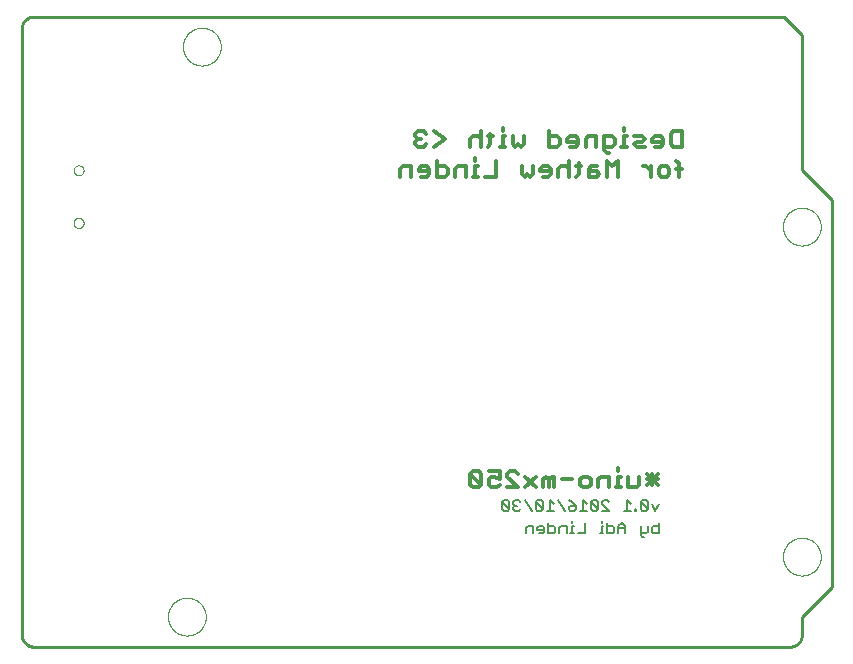
<source format=gbo>
G75*
%MOIN*%
%OFA0B0*%
%FSLAX25Y25*%
%IPPOS*%
%LPD*%
%AMOC8*
5,1,8,0,0,1.08239X$1,22.5*
%
%ADD10C,0.01000*%
%ADD11C,0.00000*%
%ADD12C,0.01200*%
%ADD13C,0.00500*%
D10*
X0006695Y0005737D02*
X0006695Y0207863D01*
X0006697Y0207987D01*
X0006703Y0208110D01*
X0006712Y0208234D01*
X0006726Y0208356D01*
X0006743Y0208479D01*
X0006765Y0208601D01*
X0006790Y0208722D01*
X0006819Y0208842D01*
X0006851Y0208961D01*
X0006888Y0209080D01*
X0006928Y0209197D01*
X0006971Y0209312D01*
X0007019Y0209427D01*
X0007070Y0209539D01*
X0007124Y0209650D01*
X0007182Y0209760D01*
X0007243Y0209867D01*
X0007308Y0209973D01*
X0007376Y0210076D01*
X0007447Y0210177D01*
X0007521Y0210276D01*
X0007598Y0210373D01*
X0007679Y0210467D01*
X0007762Y0210558D01*
X0007848Y0210647D01*
X0007937Y0210733D01*
X0008028Y0210816D01*
X0008122Y0210897D01*
X0008219Y0210974D01*
X0008318Y0211048D01*
X0008419Y0211119D01*
X0008522Y0211187D01*
X0008628Y0211252D01*
X0008735Y0211313D01*
X0008845Y0211371D01*
X0008956Y0211425D01*
X0009068Y0211476D01*
X0009183Y0211524D01*
X0009298Y0211567D01*
X0009415Y0211607D01*
X0009534Y0211644D01*
X0009653Y0211676D01*
X0009773Y0211705D01*
X0009894Y0211730D01*
X0010016Y0211752D01*
X0010139Y0211769D01*
X0010261Y0211783D01*
X0010385Y0211792D01*
X0010508Y0211798D01*
X0010632Y0211800D01*
X0260695Y0211800D01*
X0266695Y0205800D01*
X0266695Y0160800D01*
X0276695Y0150800D01*
X0276695Y0021800D01*
X0266695Y0011800D01*
X0266695Y0005737D01*
X0266693Y0005613D01*
X0266687Y0005490D01*
X0266678Y0005366D01*
X0266664Y0005244D01*
X0266647Y0005121D01*
X0266625Y0004999D01*
X0266600Y0004878D01*
X0266571Y0004758D01*
X0266539Y0004639D01*
X0266502Y0004520D01*
X0266462Y0004403D01*
X0266419Y0004288D01*
X0266371Y0004173D01*
X0266320Y0004061D01*
X0266266Y0003950D01*
X0266208Y0003840D01*
X0266147Y0003733D01*
X0266082Y0003627D01*
X0266014Y0003524D01*
X0265943Y0003423D01*
X0265869Y0003324D01*
X0265792Y0003227D01*
X0265711Y0003133D01*
X0265628Y0003042D01*
X0265542Y0002953D01*
X0265453Y0002867D01*
X0265362Y0002784D01*
X0265268Y0002703D01*
X0265171Y0002626D01*
X0265072Y0002552D01*
X0264971Y0002481D01*
X0264868Y0002413D01*
X0264762Y0002348D01*
X0264655Y0002287D01*
X0264545Y0002229D01*
X0264434Y0002175D01*
X0264322Y0002124D01*
X0264207Y0002076D01*
X0264092Y0002033D01*
X0263975Y0001993D01*
X0263856Y0001956D01*
X0263737Y0001924D01*
X0263617Y0001895D01*
X0263496Y0001870D01*
X0263374Y0001848D01*
X0263251Y0001831D01*
X0263129Y0001817D01*
X0263005Y0001808D01*
X0262882Y0001802D01*
X0262758Y0001800D01*
X0010632Y0001800D01*
X0010508Y0001802D01*
X0010385Y0001808D01*
X0010261Y0001817D01*
X0010139Y0001831D01*
X0010016Y0001848D01*
X0009894Y0001870D01*
X0009773Y0001895D01*
X0009653Y0001924D01*
X0009534Y0001956D01*
X0009415Y0001993D01*
X0009298Y0002033D01*
X0009183Y0002076D01*
X0009068Y0002124D01*
X0008956Y0002175D01*
X0008845Y0002229D01*
X0008735Y0002287D01*
X0008628Y0002348D01*
X0008522Y0002413D01*
X0008419Y0002481D01*
X0008318Y0002552D01*
X0008219Y0002626D01*
X0008122Y0002703D01*
X0008028Y0002784D01*
X0007937Y0002867D01*
X0007848Y0002953D01*
X0007762Y0003042D01*
X0007679Y0003133D01*
X0007598Y0003227D01*
X0007521Y0003324D01*
X0007447Y0003423D01*
X0007376Y0003524D01*
X0007308Y0003627D01*
X0007243Y0003733D01*
X0007182Y0003840D01*
X0007124Y0003950D01*
X0007070Y0004061D01*
X0007019Y0004173D01*
X0006971Y0004288D01*
X0006928Y0004403D01*
X0006888Y0004520D01*
X0006851Y0004639D01*
X0006819Y0004758D01*
X0006790Y0004878D01*
X0006765Y0004999D01*
X0006743Y0005121D01*
X0006726Y0005244D01*
X0006712Y0005366D01*
X0006703Y0005490D01*
X0006697Y0005613D01*
X0006695Y0005737D01*
D11*
X0055396Y0011800D02*
X0055398Y0011958D01*
X0055404Y0012116D01*
X0055414Y0012274D01*
X0055428Y0012432D01*
X0055446Y0012589D01*
X0055467Y0012746D01*
X0055493Y0012902D01*
X0055523Y0013058D01*
X0055556Y0013213D01*
X0055594Y0013366D01*
X0055635Y0013519D01*
X0055680Y0013671D01*
X0055729Y0013822D01*
X0055782Y0013971D01*
X0055838Y0014119D01*
X0055898Y0014265D01*
X0055962Y0014410D01*
X0056030Y0014553D01*
X0056101Y0014695D01*
X0056175Y0014835D01*
X0056253Y0014972D01*
X0056335Y0015108D01*
X0056419Y0015242D01*
X0056508Y0015373D01*
X0056599Y0015502D01*
X0056694Y0015629D01*
X0056791Y0015754D01*
X0056892Y0015876D01*
X0056996Y0015995D01*
X0057103Y0016112D01*
X0057213Y0016226D01*
X0057326Y0016337D01*
X0057441Y0016446D01*
X0057559Y0016551D01*
X0057680Y0016653D01*
X0057803Y0016753D01*
X0057929Y0016849D01*
X0058057Y0016942D01*
X0058187Y0017032D01*
X0058320Y0017118D01*
X0058455Y0017202D01*
X0058591Y0017281D01*
X0058730Y0017358D01*
X0058871Y0017430D01*
X0059013Y0017500D01*
X0059157Y0017565D01*
X0059303Y0017627D01*
X0059450Y0017685D01*
X0059599Y0017740D01*
X0059749Y0017791D01*
X0059900Y0017838D01*
X0060052Y0017881D01*
X0060205Y0017920D01*
X0060360Y0017956D01*
X0060515Y0017987D01*
X0060671Y0018015D01*
X0060827Y0018039D01*
X0060984Y0018059D01*
X0061142Y0018075D01*
X0061299Y0018087D01*
X0061458Y0018095D01*
X0061616Y0018099D01*
X0061774Y0018099D01*
X0061932Y0018095D01*
X0062091Y0018087D01*
X0062248Y0018075D01*
X0062406Y0018059D01*
X0062563Y0018039D01*
X0062719Y0018015D01*
X0062875Y0017987D01*
X0063030Y0017956D01*
X0063185Y0017920D01*
X0063338Y0017881D01*
X0063490Y0017838D01*
X0063641Y0017791D01*
X0063791Y0017740D01*
X0063940Y0017685D01*
X0064087Y0017627D01*
X0064233Y0017565D01*
X0064377Y0017500D01*
X0064519Y0017430D01*
X0064660Y0017358D01*
X0064799Y0017281D01*
X0064935Y0017202D01*
X0065070Y0017118D01*
X0065203Y0017032D01*
X0065333Y0016942D01*
X0065461Y0016849D01*
X0065587Y0016753D01*
X0065710Y0016653D01*
X0065831Y0016551D01*
X0065949Y0016446D01*
X0066064Y0016337D01*
X0066177Y0016226D01*
X0066287Y0016112D01*
X0066394Y0015995D01*
X0066498Y0015876D01*
X0066599Y0015754D01*
X0066696Y0015629D01*
X0066791Y0015502D01*
X0066882Y0015373D01*
X0066971Y0015242D01*
X0067055Y0015108D01*
X0067137Y0014972D01*
X0067215Y0014835D01*
X0067289Y0014695D01*
X0067360Y0014553D01*
X0067428Y0014410D01*
X0067492Y0014265D01*
X0067552Y0014119D01*
X0067608Y0013971D01*
X0067661Y0013822D01*
X0067710Y0013671D01*
X0067755Y0013519D01*
X0067796Y0013366D01*
X0067834Y0013213D01*
X0067867Y0013058D01*
X0067897Y0012902D01*
X0067923Y0012746D01*
X0067944Y0012589D01*
X0067962Y0012432D01*
X0067976Y0012274D01*
X0067986Y0012116D01*
X0067992Y0011958D01*
X0067994Y0011800D01*
X0067992Y0011642D01*
X0067986Y0011484D01*
X0067976Y0011326D01*
X0067962Y0011168D01*
X0067944Y0011011D01*
X0067923Y0010854D01*
X0067897Y0010698D01*
X0067867Y0010542D01*
X0067834Y0010387D01*
X0067796Y0010234D01*
X0067755Y0010081D01*
X0067710Y0009929D01*
X0067661Y0009778D01*
X0067608Y0009629D01*
X0067552Y0009481D01*
X0067492Y0009335D01*
X0067428Y0009190D01*
X0067360Y0009047D01*
X0067289Y0008905D01*
X0067215Y0008765D01*
X0067137Y0008628D01*
X0067055Y0008492D01*
X0066971Y0008358D01*
X0066882Y0008227D01*
X0066791Y0008098D01*
X0066696Y0007971D01*
X0066599Y0007846D01*
X0066498Y0007724D01*
X0066394Y0007605D01*
X0066287Y0007488D01*
X0066177Y0007374D01*
X0066064Y0007263D01*
X0065949Y0007154D01*
X0065831Y0007049D01*
X0065710Y0006947D01*
X0065587Y0006847D01*
X0065461Y0006751D01*
X0065333Y0006658D01*
X0065203Y0006568D01*
X0065070Y0006482D01*
X0064935Y0006398D01*
X0064799Y0006319D01*
X0064660Y0006242D01*
X0064519Y0006170D01*
X0064377Y0006100D01*
X0064233Y0006035D01*
X0064087Y0005973D01*
X0063940Y0005915D01*
X0063791Y0005860D01*
X0063641Y0005809D01*
X0063490Y0005762D01*
X0063338Y0005719D01*
X0063185Y0005680D01*
X0063030Y0005644D01*
X0062875Y0005613D01*
X0062719Y0005585D01*
X0062563Y0005561D01*
X0062406Y0005541D01*
X0062248Y0005525D01*
X0062091Y0005513D01*
X0061932Y0005505D01*
X0061774Y0005501D01*
X0061616Y0005501D01*
X0061458Y0005505D01*
X0061299Y0005513D01*
X0061142Y0005525D01*
X0060984Y0005541D01*
X0060827Y0005561D01*
X0060671Y0005585D01*
X0060515Y0005613D01*
X0060360Y0005644D01*
X0060205Y0005680D01*
X0060052Y0005719D01*
X0059900Y0005762D01*
X0059749Y0005809D01*
X0059599Y0005860D01*
X0059450Y0005915D01*
X0059303Y0005973D01*
X0059157Y0006035D01*
X0059013Y0006100D01*
X0058871Y0006170D01*
X0058730Y0006242D01*
X0058591Y0006319D01*
X0058455Y0006398D01*
X0058320Y0006482D01*
X0058187Y0006568D01*
X0058057Y0006658D01*
X0057929Y0006751D01*
X0057803Y0006847D01*
X0057680Y0006947D01*
X0057559Y0007049D01*
X0057441Y0007154D01*
X0057326Y0007263D01*
X0057213Y0007374D01*
X0057103Y0007488D01*
X0056996Y0007605D01*
X0056892Y0007724D01*
X0056791Y0007846D01*
X0056694Y0007971D01*
X0056599Y0008098D01*
X0056508Y0008227D01*
X0056419Y0008358D01*
X0056335Y0008492D01*
X0056253Y0008628D01*
X0056175Y0008765D01*
X0056101Y0008905D01*
X0056030Y0009047D01*
X0055962Y0009190D01*
X0055898Y0009335D01*
X0055838Y0009481D01*
X0055782Y0009629D01*
X0055729Y0009778D01*
X0055680Y0009929D01*
X0055635Y0010081D01*
X0055594Y0010234D01*
X0055556Y0010387D01*
X0055523Y0010542D01*
X0055493Y0010698D01*
X0055467Y0010854D01*
X0055446Y0011011D01*
X0055428Y0011168D01*
X0055414Y0011326D01*
X0055404Y0011484D01*
X0055398Y0011642D01*
X0055396Y0011800D01*
X0023940Y0143040D02*
X0023942Y0143121D01*
X0023948Y0143203D01*
X0023958Y0143284D01*
X0023972Y0143364D01*
X0023989Y0143443D01*
X0024011Y0143522D01*
X0024036Y0143599D01*
X0024065Y0143676D01*
X0024098Y0143750D01*
X0024135Y0143823D01*
X0024174Y0143894D01*
X0024218Y0143963D01*
X0024264Y0144030D01*
X0024314Y0144094D01*
X0024367Y0144156D01*
X0024423Y0144216D01*
X0024481Y0144272D01*
X0024543Y0144326D01*
X0024607Y0144377D01*
X0024673Y0144424D01*
X0024741Y0144468D01*
X0024812Y0144509D01*
X0024884Y0144546D01*
X0024959Y0144580D01*
X0025034Y0144610D01*
X0025112Y0144636D01*
X0025190Y0144659D01*
X0025269Y0144677D01*
X0025349Y0144692D01*
X0025430Y0144703D01*
X0025511Y0144710D01*
X0025593Y0144713D01*
X0025674Y0144712D01*
X0025755Y0144707D01*
X0025836Y0144698D01*
X0025917Y0144685D01*
X0025997Y0144668D01*
X0026075Y0144648D01*
X0026153Y0144623D01*
X0026230Y0144595D01*
X0026305Y0144563D01*
X0026378Y0144528D01*
X0026449Y0144489D01*
X0026519Y0144446D01*
X0026586Y0144401D01*
X0026652Y0144352D01*
X0026714Y0144300D01*
X0026774Y0144244D01*
X0026831Y0144186D01*
X0026886Y0144126D01*
X0026937Y0144062D01*
X0026985Y0143997D01*
X0027030Y0143929D01*
X0027072Y0143859D01*
X0027110Y0143787D01*
X0027145Y0143713D01*
X0027176Y0143638D01*
X0027203Y0143561D01*
X0027226Y0143483D01*
X0027246Y0143404D01*
X0027262Y0143324D01*
X0027274Y0143243D01*
X0027282Y0143162D01*
X0027286Y0143081D01*
X0027286Y0142999D01*
X0027282Y0142918D01*
X0027274Y0142837D01*
X0027262Y0142756D01*
X0027246Y0142676D01*
X0027226Y0142597D01*
X0027203Y0142519D01*
X0027176Y0142442D01*
X0027145Y0142367D01*
X0027110Y0142293D01*
X0027072Y0142221D01*
X0027030Y0142151D01*
X0026985Y0142083D01*
X0026937Y0142018D01*
X0026886Y0141954D01*
X0026831Y0141894D01*
X0026774Y0141836D01*
X0026714Y0141780D01*
X0026652Y0141728D01*
X0026586Y0141679D01*
X0026519Y0141634D01*
X0026450Y0141591D01*
X0026378Y0141552D01*
X0026305Y0141517D01*
X0026230Y0141485D01*
X0026153Y0141457D01*
X0026075Y0141432D01*
X0025997Y0141412D01*
X0025917Y0141395D01*
X0025836Y0141382D01*
X0025755Y0141373D01*
X0025674Y0141368D01*
X0025593Y0141367D01*
X0025511Y0141370D01*
X0025430Y0141377D01*
X0025349Y0141388D01*
X0025269Y0141403D01*
X0025190Y0141421D01*
X0025112Y0141444D01*
X0025034Y0141470D01*
X0024959Y0141500D01*
X0024884Y0141534D01*
X0024812Y0141571D01*
X0024741Y0141612D01*
X0024673Y0141656D01*
X0024607Y0141703D01*
X0024543Y0141754D01*
X0024481Y0141808D01*
X0024423Y0141864D01*
X0024367Y0141924D01*
X0024314Y0141986D01*
X0024264Y0142050D01*
X0024218Y0142117D01*
X0024174Y0142186D01*
X0024135Y0142257D01*
X0024098Y0142330D01*
X0024065Y0142404D01*
X0024036Y0142481D01*
X0024011Y0142558D01*
X0023989Y0142637D01*
X0023972Y0142716D01*
X0023958Y0142796D01*
X0023948Y0142877D01*
X0023942Y0142959D01*
X0023940Y0143040D01*
X0023940Y0160560D02*
X0023942Y0160641D01*
X0023948Y0160723D01*
X0023958Y0160804D01*
X0023972Y0160884D01*
X0023989Y0160963D01*
X0024011Y0161042D01*
X0024036Y0161119D01*
X0024065Y0161196D01*
X0024098Y0161270D01*
X0024135Y0161343D01*
X0024174Y0161414D01*
X0024218Y0161483D01*
X0024264Y0161550D01*
X0024314Y0161614D01*
X0024367Y0161676D01*
X0024423Y0161736D01*
X0024481Y0161792D01*
X0024543Y0161846D01*
X0024607Y0161897D01*
X0024673Y0161944D01*
X0024741Y0161988D01*
X0024812Y0162029D01*
X0024884Y0162066D01*
X0024959Y0162100D01*
X0025034Y0162130D01*
X0025112Y0162156D01*
X0025190Y0162179D01*
X0025269Y0162197D01*
X0025349Y0162212D01*
X0025430Y0162223D01*
X0025511Y0162230D01*
X0025593Y0162233D01*
X0025674Y0162232D01*
X0025755Y0162227D01*
X0025836Y0162218D01*
X0025917Y0162205D01*
X0025997Y0162188D01*
X0026075Y0162168D01*
X0026153Y0162143D01*
X0026230Y0162115D01*
X0026305Y0162083D01*
X0026378Y0162048D01*
X0026449Y0162009D01*
X0026519Y0161966D01*
X0026586Y0161921D01*
X0026652Y0161872D01*
X0026714Y0161820D01*
X0026774Y0161764D01*
X0026831Y0161706D01*
X0026886Y0161646D01*
X0026937Y0161582D01*
X0026985Y0161517D01*
X0027030Y0161449D01*
X0027072Y0161379D01*
X0027110Y0161307D01*
X0027145Y0161233D01*
X0027176Y0161158D01*
X0027203Y0161081D01*
X0027226Y0161003D01*
X0027246Y0160924D01*
X0027262Y0160844D01*
X0027274Y0160763D01*
X0027282Y0160682D01*
X0027286Y0160601D01*
X0027286Y0160519D01*
X0027282Y0160438D01*
X0027274Y0160357D01*
X0027262Y0160276D01*
X0027246Y0160196D01*
X0027226Y0160117D01*
X0027203Y0160039D01*
X0027176Y0159962D01*
X0027145Y0159887D01*
X0027110Y0159813D01*
X0027072Y0159741D01*
X0027030Y0159671D01*
X0026985Y0159603D01*
X0026937Y0159538D01*
X0026886Y0159474D01*
X0026831Y0159414D01*
X0026774Y0159356D01*
X0026714Y0159300D01*
X0026652Y0159248D01*
X0026586Y0159199D01*
X0026519Y0159154D01*
X0026450Y0159111D01*
X0026378Y0159072D01*
X0026305Y0159037D01*
X0026230Y0159005D01*
X0026153Y0158977D01*
X0026075Y0158952D01*
X0025997Y0158932D01*
X0025917Y0158915D01*
X0025836Y0158902D01*
X0025755Y0158893D01*
X0025674Y0158888D01*
X0025593Y0158887D01*
X0025511Y0158890D01*
X0025430Y0158897D01*
X0025349Y0158908D01*
X0025269Y0158923D01*
X0025190Y0158941D01*
X0025112Y0158964D01*
X0025034Y0158990D01*
X0024959Y0159020D01*
X0024884Y0159054D01*
X0024812Y0159091D01*
X0024741Y0159132D01*
X0024673Y0159176D01*
X0024607Y0159223D01*
X0024543Y0159274D01*
X0024481Y0159328D01*
X0024423Y0159384D01*
X0024367Y0159444D01*
X0024314Y0159506D01*
X0024264Y0159570D01*
X0024218Y0159637D01*
X0024174Y0159706D01*
X0024135Y0159777D01*
X0024098Y0159850D01*
X0024065Y0159924D01*
X0024036Y0160001D01*
X0024011Y0160078D01*
X0023989Y0160157D01*
X0023972Y0160236D01*
X0023958Y0160316D01*
X0023948Y0160397D01*
X0023942Y0160479D01*
X0023940Y0160560D01*
X0060396Y0201800D02*
X0060398Y0201958D01*
X0060404Y0202116D01*
X0060414Y0202274D01*
X0060428Y0202432D01*
X0060446Y0202589D01*
X0060467Y0202746D01*
X0060493Y0202902D01*
X0060523Y0203058D01*
X0060556Y0203213D01*
X0060594Y0203366D01*
X0060635Y0203519D01*
X0060680Y0203671D01*
X0060729Y0203822D01*
X0060782Y0203971D01*
X0060838Y0204119D01*
X0060898Y0204265D01*
X0060962Y0204410D01*
X0061030Y0204553D01*
X0061101Y0204695D01*
X0061175Y0204835D01*
X0061253Y0204972D01*
X0061335Y0205108D01*
X0061419Y0205242D01*
X0061508Y0205373D01*
X0061599Y0205502D01*
X0061694Y0205629D01*
X0061791Y0205754D01*
X0061892Y0205876D01*
X0061996Y0205995D01*
X0062103Y0206112D01*
X0062213Y0206226D01*
X0062326Y0206337D01*
X0062441Y0206446D01*
X0062559Y0206551D01*
X0062680Y0206653D01*
X0062803Y0206753D01*
X0062929Y0206849D01*
X0063057Y0206942D01*
X0063187Y0207032D01*
X0063320Y0207118D01*
X0063455Y0207202D01*
X0063591Y0207281D01*
X0063730Y0207358D01*
X0063871Y0207430D01*
X0064013Y0207500D01*
X0064157Y0207565D01*
X0064303Y0207627D01*
X0064450Y0207685D01*
X0064599Y0207740D01*
X0064749Y0207791D01*
X0064900Y0207838D01*
X0065052Y0207881D01*
X0065205Y0207920D01*
X0065360Y0207956D01*
X0065515Y0207987D01*
X0065671Y0208015D01*
X0065827Y0208039D01*
X0065984Y0208059D01*
X0066142Y0208075D01*
X0066299Y0208087D01*
X0066458Y0208095D01*
X0066616Y0208099D01*
X0066774Y0208099D01*
X0066932Y0208095D01*
X0067091Y0208087D01*
X0067248Y0208075D01*
X0067406Y0208059D01*
X0067563Y0208039D01*
X0067719Y0208015D01*
X0067875Y0207987D01*
X0068030Y0207956D01*
X0068185Y0207920D01*
X0068338Y0207881D01*
X0068490Y0207838D01*
X0068641Y0207791D01*
X0068791Y0207740D01*
X0068940Y0207685D01*
X0069087Y0207627D01*
X0069233Y0207565D01*
X0069377Y0207500D01*
X0069519Y0207430D01*
X0069660Y0207358D01*
X0069799Y0207281D01*
X0069935Y0207202D01*
X0070070Y0207118D01*
X0070203Y0207032D01*
X0070333Y0206942D01*
X0070461Y0206849D01*
X0070587Y0206753D01*
X0070710Y0206653D01*
X0070831Y0206551D01*
X0070949Y0206446D01*
X0071064Y0206337D01*
X0071177Y0206226D01*
X0071287Y0206112D01*
X0071394Y0205995D01*
X0071498Y0205876D01*
X0071599Y0205754D01*
X0071696Y0205629D01*
X0071791Y0205502D01*
X0071882Y0205373D01*
X0071971Y0205242D01*
X0072055Y0205108D01*
X0072137Y0204972D01*
X0072215Y0204835D01*
X0072289Y0204695D01*
X0072360Y0204553D01*
X0072428Y0204410D01*
X0072492Y0204265D01*
X0072552Y0204119D01*
X0072608Y0203971D01*
X0072661Y0203822D01*
X0072710Y0203671D01*
X0072755Y0203519D01*
X0072796Y0203366D01*
X0072834Y0203213D01*
X0072867Y0203058D01*
X0072897Y0202902D01*
X0072923Y0202746D01*
X0072944Y0202589D01*
X0072962Y0202432D01*
X0072976Y0202274D01*
X0072986Y0202116D01*
X0072992Y0201958D01*
X0072994Y0201800D01*
X0072992Y0201642D01*
X0072986Y0201484D01*
X0072976Y0201326D01*
X0072962Y0201168D01*
X0072944Y0201011D01*
X0072923Y0200854D01*
X0072897Y0200698D01*
X0072867Y0200542D01*
X0072834Y0200387D01*
X0072796Y0200234D01*
X0072755Y0200081D01*
X0072710Y0199929D01*
X0072661Y0199778D01*
X0072608Y0199629D01*
X0072552Y0199481D01*
X0072492Y0199335D01*
X0072428Y0199190D01*
X0072360Y0199047D01*
X0072289Y0198905D01*
X0072215Y0198765D01*
X0072137Y0198628D01*
X0072055Y0198492D01*
X0071971Y0198358D01*
X0071882Y0198227D01*
X0071791Y0198098D01*
X0071696Y0197971D01*
X0071599Y0197846D01*
X0071498Y0197724D01*
X0071394Y0197605D01*
X0071287Y0197488D01*
X0071177Y0197374D01*
X0071064Y0197263D01*
X0070949Y0197154D01*
X0070831Y0197049D01*
X0070710Y0196947D01*
X0070587Y0196847D01*
X0070461Y0196751D01*
X0070333Y0196658D01*
X0070203Y0196568D01*
X0070070Y0196482D01*
X0069935Y0196398D01*
X0069799Y0196319D01*
X0069660Y0196242D01*
X0069519Y0196170D01*
X0069377Y0196100D01*
X0069233Y0196035D01*
X0069087Y0195973D01*
X0068940Y0195915D01*
X0068791Y0195860D01*
X0068641Y0195809D01*
X0068490Y0195762D01*
X0068338Y0195719D01*
X0068185Y0195680D01*
X0068030Y0195644D01*
X0067875Y0195613D01*
X0067719Y0195585D01*
X0067563Y0195561D01*
X0067406Y0195541D01*
X0067248Y0195525D01*
X0067091Y0195513D01*
X0066932Y0195505D01*
X0066774Y0195501D01*
X0066616Y0195501D01*
X0066458Y0195505D01*
X0066299Y0195513D01*
X0066142Y0195525D01*
X0065984Y0195541D01*
X0065827Y0195561D01*
X0065671Y0195585D01*
X0065515Y0195613D01*
X0065360Y0195644D01*
X0065205Y0195680D01*
X0065052Y0195719D01*
X0064900Y0195762D01*
X0064749Y0195809D01*
X0064599Y0195860D01*
X0064450Y0195915D01*
X0064303Y0195973D01*
X0064157Y0196035D01*
X0064013Y0196100D01*
X0063871Y0196170D01*
X0063730Y0196242D01*
X0063591Y0196319D01*
X0063455Y0196398D01*
X0063320Y0196482D01*
X0063187Y0196568D01*
X0063057Y0196658D01*
X0062929Y0196751D01*
X0062803Y0196847D01*
X0062680Y0196947D01*
X0062559Y0197049D01*
X0062441Y0197154D01*
X0062326Y0197263D01*
X0062213Y0197374D01*
X0062103Y0197488D01*
X0061996Y0197605D01*
X0061892Y0197724D01*
X0061791Y0197846D01*
X0061694Y0197971D01*
X0061599Y0198098D01*
X0061508Y0198227D01*
X0061419Y0198358D01*
X0061335Y0198492D01*
X0061253Y0198628D01*
X0061175Y0198765D01*
X0061101Y0198905D01*
X0061030Y0199047D01*
X0060962Y0199190D01*
X0060898Y0199335D01*
X0060838Y0199481D01*
X0060782Y0199629D01*
X0060729Y0199778D01*
X0060680Y0199929D01*
X0060635Y0200081D01*
X0060594Y0200234D01*
X0060556Y0200387D01*
X0060523Y0200542D01*
X0060493Y0200698D01*
X0060467Y0200854D01*
X0060446Y0201011D01*
X0060428Y0201168D01*
X0060414Y0201326D01*
X0060404Y0201484D01*
X0060398Y0201642D01*
X0060396Y0201800D01*
X0260396Y0141800D02*
X0260398Y0141958D01*
X0260404Y0142116D01*
X0260414Y0142274D01*
X0260428Y0142432D01*
X0260446Y0142589D01*
X0260467Y0142746D01*
X0260493Y0142902D01*
X0260523Y0143058D01*
X0260556Y0143213D01*
X0260594Y0143366D01*
X0260635Y0143519D01*
X0260680Y0143671D01*
X0260729Y0143822D01*
X0260782Y0143971D01*
X0260838Y0144119D01*
X0260898Y0144265D01*
X0260962Y0144410D01*
X0261030Y0144553D01*
X0261101Y0144695D01*
X0261175Y0144835D01*
X0261253Y0144972D01*
X0261335Y0145108D01*
X0261419Y0145242D01*
X0261508Y0145373D01*
X0261599Y0145502D01*
X0261694Y0145629D01*
X0261791Y0145754D01*
X0261892Y0145876D01*
X0261996Y0145995D01*
X0262103Y0146112D01*
X0262213Y0146226D01*
X0262326Y0146337D01*
X0262441Y0146446D01*
X0262559Y0146551D01*
X0262680Y0146653D01*
X0262803Y0146753D01*
X0262929Y0146849D01*
X0263057Y0146942D01*
X0263187Y0147032D01*
X0263320Y0147118D01*
X0263455Y0147202D01*
X0263591Y0147281D01*
X0263730Y0147358D01*
X0263871Y0147430D01*
X0264013Y0147500D01*
X0264157Y0147565D01*
X0264303Y0147627D01*
X0264450Y0147685D01*
X0264599Y0147740D01*
X0264749Y0147791D01*
X0264900Y0147838D01*
X0265052Y0147881D01*
X0265205Y0147920D01*
X0265360Y0147956D01*
X0265515Y0147987D01*
X0265671Y0148015D01*
X0265827Y0148039D01*
X0265984Y0148059D01*
X0266142Y0148075D01*
X0266299Y0148087D01*
X0266458Y0148095D01*
X0266616Y0148099D01*
X0266774Y0148099D01*
X0266932Y0148095D01*
X0267091Y0148087D01*
X0267248Y0148075D01*
X0267406Y0148059D01*
X0267563Y0148039D01*
X0267719Y0148015D01*
X0267875Y0147987D01*
X0268030Y0147956D01*
X0268185Y0147920D01*
X0268338Y0147881D01*
X0268490Y0147838D01*
X0268641Y0147791D01*
X0268791Y0147740D01*
X0268940Y0147685D01*
X0269087Y0147627D01*
X0269233Y0147565D01*
X0269377Y0147500D01*
X0269519Y0147430D01*
X0269660Y0147358D01*
X0269799Y0147281D01*
X0269935Y0147202D01*
X0270070Y0147118D01*
X0270203Y0147032D01*
X0270333Y0146942D01*
X0270461Y0146849D01*
X0270587Y0146753D01*
X0270710Y0146653D01*
X0270831Y0146551D01*
X0270949Y0146446D01*
X0271064Y0146337D01*
X0271177Y0146226D01*
X0271287Y0146112D01*
X0271394Y0145995D01*
X0271498Y0145876D01*
X0271599Y0145754D01*
X0271696Y0145629D01*
X0271791Y0145502D01*
X0271882Y0145373D01*
X0271971Y0145242D01*
X0272055Y0145108D01*
X0272137Y0144972D01*
X0272215Y0144835D01*
X0272289Y0144695D01*
X0272360Y0144553D01*
X0272428Y0144410D01*
X0272492Y0144265D01*
X0272552Y0144119D01*
X0272608Y0143971D01*
X0272661Y0143822D01*
X0272710Y0143671D01*
X0272755Y0143519D01*
X0272796Y0143366D01*
X0272834Y0143213D01*
X0272867Y0143058D01*
X0272897Y0142902D01*
X0272923Y0142746D01*
X0272944Y0142589D01*
X0272962Y0142432D01*
X0272976Y0142274D01*
X0272986Y0142116D01*
X0272992Y0141958D01*
X0272994Y0141800D01*
X0272992Y0141642D01*
X0272986Y0141484D01*
X0272976Y0141326D01*
X0272962Y0141168D01*
X0272944Y0141011D01*
X0272923Y0140854D01*
X0272897Y0140698D01*
X0272867Y0140542D01*
X0272834Y0140387D01*
X0272796Y0140234D01*
X0272755Y0140081D01*
X0272710Y0139929D01*
X0272661Y0139778D01*
X0272608Y0139629D01*
X0272552Y0139481D01*
X0272492Y0139335D01*
X0272428Y0139190D01*
X0272360Y0139047D01*
X0272289Y0138905D01*
X0272215Y0138765D01*
X0272137Y0138628D01*
X0272055Y0138492D01*
X0271971Y0138358D01*
X0271882Y0138227D01*
X0271791Y0138098D01*
X0271696Y0137971D01*
X0271599Y0137846D01*
X0271498Y0137724D01*
X0271394Y0137605D01*
X0271287Y0137488D01*
X0271177Y0137374D01*
X0271064Y0137263D01*
X0270949Y0137154D01*
X0270831Y0137049D01*
X0270710Y0136947D01*
X0270587Y0136847D01*
X0270461Y0136751D01*
X0270333Y0136658D01*
X0270203Y0136568D01*
X0270070Y0136482D01*
X0269935Y0136398D01*
X0269799Y0136319D01*
X0269660Y0136242D01*
X0269519Y0136170D01*
X0269377Y0136100D01*
X0269233Y0136035D01*
X0269087Y0135973D01*
X0268940Y0135915D01*
X0268791Y0135860D01*
X0268641Y0135809D01*
X0268490Y0135762D01*
X0268338Y0135719D01*
X0268185Y0135680D01*
X0268030Y0135644D01*
X0267875Y0135613D01*
X0267719Y0135585D01*
X0267563Y0135561D01*
X0267406Y0135541D01*
X0267248Y0135525D01*
X0267091Y0135513D01*
X0266932Y0135505D01*
X0266774Y0135501D01*
X0266616Y0135501D01*
X0266458Y0135505D01*
X0266299Y0135513D01*
X0266142Y0135525D01*
X0265984Y0135541D01*
X0265827Y0135561D01*
X0265671Y0135585D01*
X0265515Y0135613D01*
X0265360Y0135644D01*
X0265205Y0135680D01*
X0265052Y0135719D01*
X0264900Y0135762D01*
X0264749Y0135809D01*
X0264599Y0135860D01*
X0264450Y0135915D01*
X0264303Y0135973D01*
X0264157Y0136035D01*
X0264013Y0136100D01*
X0263871Y0136170D01*
X0263730Y0136242D01*
X0263591Y0136319D01*
X0263455Y0136398D01*
X0263320Y0136482D01*
X0263187Y0136568D01*
X0263057Y0136658D01*
X0262929Y0136751D01*
X0262803Y0136847D01*
X0262680Y0136947D01*
X0262559Y0137049D01*
X0262441Y0137154D01*
X0262326Y0137263D01*
X0262213Y0137374D01*
X0262103Y0137488D01*
X0261996Y0137605D01*
X0261892Y0137724D01*
X0261791Y0137846D01*
X0261694Y0137971D01*
X0261599Y0138098D01*
X0261508Y0138227D01*
X0261419Y0138358D01*
X0261335Y0138492D01*
X0261253Y0138628D01*
X0261175Y0138765D01*
X0261101Y0138905D01*
X0261030Y0139047D01*
X0260962Y0139190D01*
X0260898Y0139335D01*
X0260838Y0139481D01*
X0260782Y0139629D01*
X0260729Y0139778D01*
X0260680Y0139929D01*
X0260635Y0140081D01*
X0260594Y0140234D01*
X0260556Y0140387D01*
X0260523Y0140542D01*
X0260493Y0140698D01*
X0260467Y0140854D01*
X0260446Y0141011D01*
X0260428Y0141168D01*
X0260414Y0141326D01*
X0260404Y0141484D01*
X0260398Y0141642D01*
X0260396Y0141800D01*
X0260396Y0031800D02*
X0260398Y0031958D01*
X0260404Y0032116D01*
X0260414Y0032274D01*
X0260428Y0032432D01*
X0260446Y0032589D01*
X0260467Y0032746D01*
X0260493Y0032902D01*
X0260523Y0033058D01*
X0260556Y0033213D01*
X0260594Y0033366D01*
X0260635Y0033519D01*
X0260680Y0033671D01*
X0260729Y0033822D01*
X0260782Y0033971D01*
X0260838Y0034119D01*
X0260898Y0034265D01*
X0260962Y0034410D01*
X0261030Y0034553D01*
X0261101Y0034695D01*
X0261175Y0034835D01*
X0261253Y0034972D01*
X0261335Y0035108D01*
X0261419Y0035242D01*
X0261508Y0035373D01*
X0261599Y0035502D01*
X0261694Y0035629D01*
X0261791Y0035754D01*
X0261892Y0035876D01*
X0261996Y0035995D01*
X0262103Y0036112D01*
X0262213Y0036226D01*
X0262326Y0036337D01*
X0262441Y0036446D01*
X0262559Y0036551D01*
X0262680Y0036653D01*
X0262803Y0036753D01*
X0262929Y0036849D01*
X0263057Y0036942D01*
X0263187Y0037032D01*
X0263320Y0037118D01*
X0263455Y0037202D01*
X0263591Y0037281D01*
X0263730Y0037358D01*
X0263871Y0037430D01*
X0264013Y0037500D01*
X0264157Y0037565D01*
X0264303Y0037627D01*
X0264450Y0037685D01*
X0264599Y0037740D01*
X0264749Y0037791D01*
X0264900Y0037838D01*
X0265052Y0037881D01*
X0265205Y0037920D01*
X0265360Y0037956D01*
X0265515Y0037987D01*
X0265671Y0038015D01*
X0265827Y0038039D01*
X0265984Y0038059D01*
X0266142Y0038075D01*
X0266299Y0038087D01*
X0266458Y0038095D01*
X0266616Y0038099D01*
X0266774Y0038099D01*
X0266932Y0038095D01*
X0267091Y0038087D01*
X0267248Y0038075D01*
X0267406Y0038059D01*
X0267563Y0038039D01*
X0267719Y0038015D01*
X0267875Y0037987D01*
X0268030Y0037956D01*
X0268185Y0037920D01*
X0268338Y0037881D01*
X0268490Y0037838D01*
X0268641Y0037791D01*
X0268791Y0037740D01*
X0268940Y0037685D01*
X0269087Y0037627D01*
X0269233Y0037565D01*
X0269377Y0037500D01*
X0269519Y0037430D01*
X0269660Y0037358D01*
X0269799Y0037281D01*
X0269935Y0037202D01*
X0270070Y0037118D01*
X0270203Y0037032D01*
X0270333Y0036942D01*
X0270461Y0036849D01*
X0270587Y0036753D01*
X0270710Y0036653D01*
X0270831Y0036551D01*
X0270949Y0036446D01*
X0271064Y0036337D01*
X0271177Y0036226D01*
X0271287Y0036112D01*
X0271394Y0035995D01*
X0271498Y0035876D01*
X0271599Y0035754D01*
X0271696Y0035629D01*
X0271791Y0035502D01*
X0271882Y0035373D01*
X0271971Y0035242D01*
X0272055Y0035108D01*
X0272137Y0034972D01*
X0272215Y0034835D01*
X0272289Y0034695D01*
X0272360Y0034553D01*
X0272428Y0034410D01*
X0272492Y0034265D01*
X0272552Y0034119D01*
X0272608Y0033971D01*
X0272661Y0033822D01*
X0272710Y0033671D01*
X0272755Y0033519D01*
X0272796Y0033366D01*
X0272834Y0033213D01*
X0272867Y0033058D01*
X0272897Y0032902D01*
X0272923Y0032746D01*
X0272944Y0032589D01*
X0272962Y0032432D01*
X0272976Y0032274D01*
X0272986Y0032116D01*
X0272992Y0031958D01*
X0272994Y0031800D01*
X0272992Y0031642D01*
X0272986Y0031484D01*
X0272976Y0031326D01*
X0272962Y0031168D01*
X0272944Y0031011D01*
X0272923Y0030854D01*
X0272897Y0030698D01*
X0272867Y0030542D01*
X0272834Y0030387D01*
X0272796Y0030234D01*
X0272755Y0030081D01*
X0272710Y0029929D01*
X0272661Y0029778D01*
X0272608Y0029629D01*
X0272552Y0029481D01*
X0272492Y0029335D01*
X0272428Y0029190D01*
X0272360Y0029047D01*
X0272289Y0028905D01*
X0272215Y0028765D01*
X0272137Y0028628D01*
X0272055Y0028492D01*
X0271971Y0028358D01*
X0271882Y0028227D01*
X0271791Y0028098D01*
X0271696Y0027971D01*
X0271599Y0027846D01*
X0271498Y0027724D01*
X0271394Y0027605D01*
X0271287Y0027488D01*
X0271177Y0027374D01*
X0271064Y0027263D01*
X0270949Y0027154D01*
X0270831Y0027049D01*
X0270710Y0026947D01*
X0270587Y0026847D01*
X0270461Y0026751D01*
X0270333Y0026658D01*
X0270203Y0026568D01*
X0270070Y0026482D01*
X0269935Y0026398D01*
X0269799Y0026319D01*
X0269660Y0026242D01*
X0269519Y0026170D01*
X0269377Y0026100D01*
X0269233Y0026035D01*
X0269087Y0025973D01*
X0268940Y0025915D01*
X0268791Y0025860D01*
X0268641Y0025809D01*
X0268490Y0025762D01*
X0268338Y0025719D01*
X0268185Y0025680D01*
X0268030Y0025644D01*
X0267875Y0025613D01*
X0267719Y0025585D01*
X0267563Y0025561D01*
X0267406Y0025541D01*
X0267248Y0025525D01*
X0267091Y0025513D01*
X0266932Y0025505D01*
X0266774Y0025501D01*
X0266616Y0025501D01*
X0266458Y0025505D01*
X0266299Y0025513D01*
X0266142Y0025525D01*
X0265984Y0025541D01*
X0265827Y0025561D01*
X0265671Y0025585D01*
X0265515Y0025613D01*
X0265360Y0025644D01*
X0265205Y0025680D01*
X0265052Y0025719D01*
X0264900Y0025762D01*
X0264749Y0025809D01*
X0264599Y0025860D01*
X0264450Y0025915D01*
X0264303Y0025973D01*
X0264157Y0026035D01*
X0264013Y0026100D01*
X0263871Y0026170D01*
X0263730Y0026242D01*
X0263591Y0026319D01*
X0263455Y0026398D01*
X0263320Y0026482D01*
X0263187Y0026568D01*
X0263057Y0026658D01*
X0262929Y0026751D01*
X0262803Y0026847D01*
X0262680Y0026947D01*
X0262559Y0027049D01*
X0262441Y0027154D01*
X0262326Y0027263D01*
X0262213Y0027374D01*
X0262103Y0027488D01*
X0261996Y0027605D01*
X0261892Y0027724D01*
X0261791Y0027846D01*
X0261694Y0027971D01*
X0261599Y0028098D01*
X0261508Y0028227D01*
X0261419Y0028358D01*
X0261335Y0028492D01*
X0261253Y0028628D01*
X0261175Y0028765D01*
X0261101Y0028905D01*
X0261030Y0029047D01*
X0260962Y0029190D01*
X0260898Y0029335D01*
X0260838Y0029481D01*
X0260782Y0029629D01*
X0260729Y0029778D01*
X0260680Y0029929D01*
X0260635Y0030081D01*
X0260594Y0030234D01*
X0260556Y0030387D01*
X0260523Y0030542D01*
X0260493Y0030698D01*
X0260467Y0030854D01*
X0260446Y0031011D01*
X0260428Y0031168D01*
X0260414Y0031326D01*
X0260404Y0031484D01*
X0260398Y0031642D01*
X0260396Y0031800D01*
D12*
X0218595Y0055801D02*
X0214992Y0059404D01*
X0214992Y0057602D02*
X0218595Y0057602D01*
X0218595Y0059404D02*
X0214992Y0055801D01*
X0216794Y0055801D02*
X0216794Y0059404D01*
X0212518Y0058503D02*
X0212518Y0055801D01*
X0211617Y0054900D01*
X0208915Y0054900D01*
X0208915Y0058503D01*
X0206441Y0058503D02*
X0205540Y0058503D01*
X0205540Y0054900D01*
X0206441Y0054900D02*
X0204639Y0054900D01*
X0202389Y0054900D02*
X0202389Y0058503D01*
X0199687Y0058503D01*
X0198786Y0057602D01*
X0198786Y0054900D01*
X0196312Y0055801D02*
X0195411Y0054900D01*
X0193610Y0054900D01*
X0192709Y0055801D01*
X0192709Y0057602D01*
X0193610Y0058503D01*
X0195411Y0058503D01*
X0196312Y0057602D01*
X0196312Y0055801D01*
X0190235Y0057602D02*
X0186632Y0057602D01*
X0184158Y0058503D02*
X0184158Y0054900D01*
X0182356Y0054900D02*
X0182356Y0057602D01*
X0181456Y0058503D01*
X0180555Y0057602D01*
X0180555Y0054900D01*
X0178081Y0054900D02*
X0174478Y0058503D01*
X0172003Y0059404D02*
X0171103Y0060305D01*
X0169301Y0060305D01*
X0168400Y0059404D01*
X0168400Y0058503D01*
X0172003Y0054900D01*
X0168400Y0054900D01*
X0165926Y0055801D02*
X0165026Y0054900D01*
X0163224Y0054900D01*
X0162323Y0055801D01*
X0162323Y0057602D01*
X0163224Y0058503D01*
X0164125Y0058503D01*
X0165926Y0057602D01*
X0165926Y0060305D01*
X0162323Y0060305D01*
X0159849Y0059404D02*
X0158948Y0060305D01*
X0157147Y0060305D01*
X0156246Y0059404D01*
X0159849Y0055801D01*
X0158948Y0054900D01*
X0157147Y0054900D01*
X0156246Y0055801D01*
X0156246Y0059404D01*
X0159849Y0059404D02*
X0159849Y0055801D01*
X0174478Y0054900D02*
X0178081Y0058503D01*
X0182356Y0057602D02*
X0183257Y0058503D01*
X0184158Y0058503D01*
X0205540Y0060305D02*
X0205540Y0061205D01*
X0205325Y0158400D02*
X0205325Y0163805D01*
X0203524Y0162003D01*
X0201722Y0163805D01*
X0201722Y0158400D01*
X0199248Y0159301D02*
X0198347Y0160202D01*
X0195645Y0160202D01*
X0195645Y0161102D02*
X0195645Y0158400D01*
X0198347Y0158400D01*
X0199248Y0159301D01*
X0198347Y0162003D02*
X0196546Y0162003D01*
X0195645Y0161102D01*
X0193171Y0162003D02*
X0191369Y0162003D01*
X0192270Y0162904D02*
X0192270Y0159301D01*
X0191369Y0158400D01*
X0189119Y0158400D02*
X0189119Y0163805D01*
X0188219Y0162003D02*
X0186417Y0162003D01*
X0185516Y0161102D01*
X0185516Y0158400D01*
X0183042Y0159301D02*
X0183042Y0161102D01*
X0182141Y0162003D01*
X0180340Y0162003D01*
X0179439Y0161102D01*
X0179439Y0160202D01*
X0183042Y0160202D01*
X0183042Y0159301D02*
X0182141Y0158400D01*
X0180340Y0158400D01*
X0176965Y0159301D02*
X0176965Y0162003D01*
X0176965Y0159301D02*
X0176064Y0158400D01*
X0175163Y0159301D01*
X0174263Y0158400D01*
X0173362Y0159301D01*
X0173362Y0162003D01*
X0173026Y0168300D02*
X0172125Y0169201D01*
X0171224Y0168300D01*
X0170323Y0169201D01*
X0170323Y0171903D01*
X0167849Y0171903D02*
X0166948Y0171903D01*
X0166948Y0168300D01*
X0166048Y0168300D02*
X0167849Y0168300D01*
X0162897Y0169201D02*
X0162897Y0172804D01*
X0163798Y0171903D02*
X0161996Y0171903D01*
X0159746Y0171002D02*
X0158845Y0171903D01*
X0157044Y0171903D01*
X0156143Y0171002D01*
X0156143Y0168300D01*
X0159746Y0168300D02*
X0159746Y0173705D01*
X0162897Y0169201D02*
X0161996Y0168300D01*
X0164811Y0163805D02*
X0164811Y0158400D01*
X0161207Y0158400D01*
X0158733Y0158400D02*
X0156932Y0158400D01*
X0157833Y0158400D02*
X0157833Y0162003D01*
X0158733Y0162003D01*
X0157833Y0163805D02*
X0157833Y0164705D01*
X0154682Y0162003D02*
X0151980Y0162003D01*
X0151079Y0161102D01*
X0151079Y0158400D01*
X0148605Y0159301D02*
X0148605Y0161102D01*
X0147704Y0162003D01*
X0145002Y0162003D01*
X0145002Y0163805D02*
X0145002Y0158400D01*
X0147704Y0158400D01*
X0148605Y0159301D01*
X0142528Y0159301D02*
X0142528Y0161102D01*
X0141627Y0162003D01*
X0139825Y0162003D01*
X0138924Y0161102D01*
X0138924Y0160202D01*
X0142528Y0160202D01*
X0142528Y0159301D02*
X0141627Y0158400D01*
X0139825Y0158400D01*
X0136450Y0158400D02*
X0136450Y0162003D01*
X0133748Y0162003D01*
X0132847Y0161102D01*
X0132847Y0158400D01*
X0138812Y0168300D02*
X0140614Y0168300D01*
X0141515Y0169201D01*
X0139713Y0171002D02*
X0138812Y0171002D01*
X0137912Y0170102D01*
X0137912Y0169201D01*
X0138812Y0168300D01*
X0138812Y0171002D02*
X0137912Y0171903D01*
X0137912Y0172804D01*
X0138812Y0173705D01*
X0140614Y0173705D01*
X0141515Y0172804D01*
X0143989Y0173705D02*
X0147592Y0171002D01*
X0143989Y0168300D01*
X0154682Y0162003D02*
X0154682Y0158400D01*
X0166948Y0173705D02*
X0166948Y0174605D01*
X0173926Y0171903D02*
X0173926Y0169201D01*
X0173026Y0168300D01*
X0182478Y0168300D02*
X0182478Y0173705D01*
X0182478Y0171903D02*
X0185180Y0171903D01*
X0186081Y0171002D01*
X0186081Y0169201D01*
X0185180Y0168300D01*
X0182478Y0168300D01*
X0188555Y0170102D02*
X0188555Y0171002D01*
X0189456Y0171903D01*
X0191257Y0171903D01*
X0192158Y0171002D01*
X0192158Y0169201D01*
X0191257Y0168300D01*
X0189456Y0168300D01*
X0188555Y0170102D02*
X0192158Y0170102D01*
X0194632Y0171002D02*
X0194632Y0168300D01*
X0194632Y0171002D02*
X0195533Y0171903D01*
X0198235Y0171903D01*
X0198235Y0168300D01*
X0200709Y0168300D02*
X0203411Y0168300D01*
X0204312Y0169201D01*
X0204312Y0171002D01*
X0203411Y0171903D01*
X0200709Y0171903D01*
X0200709Y0167399D01*
X0201610Y0166498D01*
X0202511Y0166498D01*
X0206562Y0168300D02*
X0208364Y0168300D01*
X0207463Y0168300D02*
X0207463Y0171903D01*
X0208364Y0171903D01*
X0207463Y0173705D02*
X0207463Y0174605D01*
X0210838Y0171903D02*
X0213540Y0171903D01*
X0214441Y0171002D01*
X0213540Y0170102D01*
X0211739Y0170102D01*
X0210838Y0169201D01*
X0211739Y0168300D01*
X0214441Y0168300D01*
X0216915Y0170102D02*
X0220518Y0170102D01*
X0220518Y0171002D02*
X0220518Y0169201D01*
X0219617Y0168300D01*
X0217816Y0168300D01*
X0216915Y0170102D02*
X0216915Y0171002D01*
X0217816Y0171903D01*
X0219617Y0171903D01*
X0220518Y0171002D01*
X0222992Y0169201D02*
X0222992Y0172804D01*
X0223893Y0173705D01*
X0226595Y0173705D01*
X0226595Y0168300D01*
X0223893Y0168300D01*
X0222992Y0169201D01*
X0224794Y0163805D02*
X0225695Y0162904D01*
X0225695Y0158400D01*
X0226595Y0161102D02*
X0224794Y0161102D01*
X0222544Y0161102D02*
X0222544Y0159301D01*
X0221643Y0158400D01*
X0219842Y0158400D01*
X0218941Y0159301D01*
X0218941Y0161102D01*
X0219842Y0162003D01*
X0221643Y0162003D01*
X0222544Y0161102D01*
X0216467Y0160202D02*
X0214665Y0162003D01*
X0213764Y0162003D01*
X0216467Y0162003D02*
X0216467Y0158400D01*
X0189119Y0161102D02*
X0188219Y0162003D01*
D13*
X0188986Y0050553D02*
X0190154Y0049969D01*
X0191322Y0048801D01*
X0189570Y0048801D01*
X0188986Y0048218D01*
X0188986Y0047634D01*
X0189570Y0047050D01*
X0190738Y0047050D01*
X0191322Y0047634D01*
X0191322Y0048801D01*
X0192670Y0047050D02*
X0195005Y0047050D01*
X0193837Y0047050D02*
X0193837Y0050553D01*
X0195005Y0049385D01*
X0196353Y0049969D02*
X0198688Y0047634D01*
X0198104Y0047050D01*
X0196936Y0047050D01*
X0196353Y0047634D01*
X0196353Y0049969D01*
X0196936Y0050553D01*
X0198104Y0050553D01*
X0198688Y0049969D01*
X0198688Y0047634D01*
X0200036Y0047050D02*
X0202371Y0047050D01*
X0200036Y0049385D01*
X0200036Y0049969D01*
X0200620Y0050553D01*
X0201787Y0050553D01*
X0202371Y0049969D01*
X0207402Y0047050D02*
X0209737Y0047050D01*
X0208570Y0047050D02*
X0208570Y0050553D01*
X0209737Y0049385D01*
X0210995Y0047634D02*
X0210995Y0047050D01*
X0211579Y0047050D01*
X0211579Y0047634D01*
X0210995Y0047634D01*
X0212927Y0047634D02*
X0212927Y0049969D01*
X0215262Y0047634D01*
X0214678Y0047050D01*
X0213511Y0047050D01*
X0212927Y0047634D01*
X0215262Y0047634D02*
X0215262Y0049969D01*
X0214678Y0050553D01*
X0213511Y0050553D01*
X0212927Y0049969D01*
X0216610Y0049385D02*
X0217778Y0047050D01*
X0218945Y0049385D01*
X0218945Y0043053D02*
X0218945Y0039550D01*
X0217194Y0039550D01*
X0216610Y0040134D01*
X0216610Y0041301D01*
X0217194Y0041885D01*
X0218945Y0041885D01*
X0215262Y0041885D02*
X0215262Y0040134D01*
X0214678Y0039550D01*
X0212927Y0039550D01*
X0212927Y0038966D02*
X0213511Y0038382D01*
X0214094Y0038382D01*
X0212927Y0038966D02*
X0212927Y0041885D01*
X0207896Y0041885D02*
X0207896Y0039550D01*
X0207896Y0041301D02*
X0205561Y0041301D01*
X0205561Y0041885D02*
X0205561Y0039550D01*
X0204213Y0040134D02*
X0204213Y0041301D01*
X0203629Y0041885D01*
X0201877Y0041885D01*
X0201877Y0043053D02*
X0201877Y0039550D01*
X0203629Y0039550D01*
X0204213Y0040134D01*
X0205561Y0041885D02*
X0206728Y0043053D01*
X0207896Y0041885D01*
X0200530Y0041885D02*
X0199946Y0041885D01*
X0199946Y0039550D01*
X0200530Y0039550D02*
X0199362Y0039550D01*
X0199946Y0043053D02*
X0199946Y0043637D01*
X0194391Y0043053D02*
X0194391Y0039550D01*
X0192056Y0039550D01*
X0190708Y0039550D02*
X0189540Y0039550D01*
X0190124Y0039550D02*
X0190124Y0041885D01*
X0190708Y0041885D01*
X0190124Y0043053D02*
X0190124Y0043637D01*
X0188252Y0041885D02*
X0186501Y0041885D01*
X0185917Y0041301D01*
X0185917Y0039550D01*
X0184569Y0040134D02*
X0184569Y0041301D01*
X0183985Y0041885D01*
X0182234Y0041885D01*
X0182234Y0043053D02*
X0182234Y0039550D01*
X0183985Y0039550D01*
X0184569Y0040134D01*
X0188252Y0039550D02*
X0188252Y0041885D01*
X0187639Y0047050D02*
X0185303Y0050553D01*
X0183955Y0049385D02*
X0182788Y0050553D01*
X0182788Y0047050D01*
X0183955Y0047050D02*
X0181620Y0047050D01*
X0180272Y0047634D02*
X0180272Y0049969D01*
X0179688Y0050553D01*
X0178521Y0050553D01*
X0177937Y0049969D01*
X0180272Y0047634D01*
X0179688Y0047050D01*
X0178521Y0047050D01*
X0177937Y0047634D01*
X0177937Y0049969D01*
X0176589Y0047050D02*
X0174254Y0050553D01*
X0172906Y0049969D02*
X0172322Y0050553D01*
X0171154Y0050553D01*
X0170571Y0049969D01*
X0170571Y0049385D01*
X0171154Y0048801D01*
X0170571Y0048218D01*
X0170571Y0047634D01*
X0171154Y0047050D01*
X0172322Y0047050D01*
X0172906Y0047634D01*
X0171738Y0048801D02*
X0171154Y0048801D01*
X0169223Y0047634D02*
X0169223Y0049969D01*
X0168639Y0050553D01*
X0167471Y0050553D01*
X0166888Y0049969D01*
X0169223Y0047634D01*
X0168639Y0047050D01*
X0167471Y0047050D01*
X0166888Y0047634D01*
X0166888Y0049969D01*
X0175451Y0041885D02*
X0174868Y0041301D01*
X0174868Y0039550D01*
X0177203Y0039550D02*
X0177203Y0041885D01*
X0175451Y0041885D01*
X0178551Y0041301D02*
X0178551Y0040718D01*
X0180886Y0040718D01*
X0180886Y0041301D02*
X0180302Y0041885D01*
X0179135Y0041885D01*
X0178551Y0041301D01*
X0179135Y0039550D02*
X0180302Y0039550D01*
X0180886Y0040134D01*
X0180886Y0041301D01*
M02*

</source>
